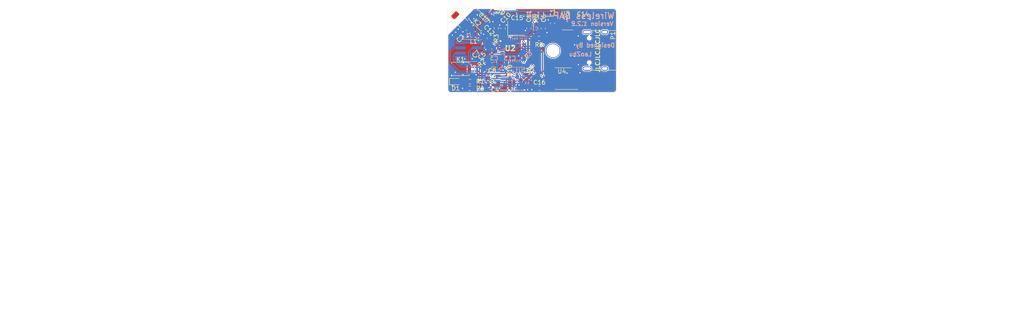
<source format=kicad_pcb>
(kicad_pcb (version 20211014) (generator pcbnew)
  (title_block (title "ESP8266 Wireless DAP") (date "2022-02-19") (rev "Version 1.2.2"))
  (layers (0 "F.Cu" signal) (31 "B.Cu" signal) (34 "B.Paste" user) (35 "F.Paste" user) (36 "B.SilkS" user "B.Silkscreen") (37 "F.SilkS" user "F.Silkscreen") (38 "B.Mask" user) (39 "F.Mask" user) (44 "Edge.Cuts" user))
  (net 0 "")
  (net 1 "GND")
  (net 2 "Net-(ANT1-Pad2)")
  (net 3 "+3V3")
  (net 4 "Net-(C7-Pad1)")
  (net 5 "Net-(C8-Pad1)")
  (net 6 "Net-(C10-Pad1)")
  (net 7 "Net-(C11-Pad1)")
  (net 8 "+5V")
  (net 9 "Net-(C16-Pad1)")
  (net 10 "/RST")
  (net 11 "Net-(D1-Pad2)")
  (net 12 "/UART_TX")
  (net 13 "/SWDIO")
  (net 14 "/U0_RXD")
  (net 15 "/SWDCLK")
  (net 16 "Net-(K1-Pad2)")
  (net 18 "/USB_DP")
  (net 19 "/USB_DM")
  (net 23 "/LED")
  (net 24 "Net-(R3-Pad2)")
  (net 25 "Net-(R6-Pad1)")
  (net 26 "Net-(R7-Pad1)")
  (net 27 "/SD_CLK")
  (net 28 "/U0_TXD")
  (net 29 "/SD_CMD")
  (net 30 "/SD_DATA0")
  (net 31 "/SD_DATA2")
  (net 32 "/SD_DATA1")
  (net 33 "/SD_DATA3")
  (footprint "Button_Switch_SMD:SW_Push_SPST_NO_Alps_SKRK" (layer "F.Cu") (at 130.6 110.3)
    (fp_text reference "K1")
    (fp_text value "SW_DIP_x01")
  )
  (footprint "Capacitor_SMD:C_0603_1608Metric" (layer "F.Cu") (at 138.1 109.3 180)
    (fp_text reference "C8")
    (fp_text value "100nF")
  )
  (footprint "Capacitor_SMD:C_0603_1608Metric" (layer "F.Cu") (at 137 97.3 135)
    (fp_text reference "C17")
    (fp_text value "100nF")
  )
  (footprint "Resistor_SMD:R_0603_1608Metric" (layer "F.Cu") (at 137 113.325 -90)
    (fp_text reference "R5")
    (fp_text value "10kR")
  )
  (footprint "Resistor_SMD:R_0603_1608Metric" (layer "F.Cu") (at 142.3 113.5 -90)
    (fp_text reference "R10")
    (fp_text value "10kR")
  )
  (footprint "Resistor_SMD:R_0603_1608Metric" (layer "F.Cu") (at 132.8 114.9)
    (fp_text reference "R4")
    (fp_text value "10kR")
  )
  (footprint "Capacitor_SMD:C_0603_1608Metric" (layer "F.Cu") (at 149.3 114.9 180)
    (fp_text reference "C16")
    (fp_text value "100nF")
  )
  (footprint "Capacitor_SMD:C_0603_1608Metric" (layer "F.Cu") (at 137.3 102.7 135)
    (fp_text reference "C12")
    (fp_text value "100nF")
  )
  (footprint "Inductor_SMD:L_0603_1608Metric" (layer "F.Cu") (at 134.756847 102.656847 -45)
    (fp_text reference "L1")
    (fp_text value "2.2nH")
  )
  (footprint "Capacitor_SMD:C_0603_1608Metric" (layer "F.Cu") (at 152.4 99.5 90)
    (fp_text reference "C1")
    (fp_text value "10uF")
  )
  (footprint "Resistor_SMD:R_0603_1608Metric" (layer "F.Cu") (at 149.2 103.1)
    (fp_text reference "R8")
    (fp_text value "499R")
  )
  (footprint "Capacitor_SMD:C_0603_1608Metric" (layer "F.Cu") (at 146.8 100.7 -90)
    (fp_text reference "C11")
    (fp_text value "18pF")
  )
  (footprint "Package_TO_SOT_SMD:SOT-23-5" (layer "F.Cu") (at 155.4 99.5 180)
    (fp_text reference "U3")
    (fp_text value "HX9193")
  )
  (footprint "Connector_USB:USB_C_Receptacle_HRO_TYPE-C-31-M-12" (layer "F.Cu") (at 163.7 105.9 90)
    (fp_text reference "P1")
    (fp_text value "USB_C_Plug_USB2.0")
  )
  (footprint "Capacitor_SMD:C_0603_1608Metric" (layer "F.Cu") (at 140.7 100.7 90)
    (fp_text reference "C10")
    (fp_text value "18pF")
  )
  (footprint "Resistor_SMD:R_0603_1608Metric" (layer "F.Cu") (at 139.1 100.675 -90)
    (fp_text reference "R3")
    (fp_text value "12kR")
  )
  (footprint "Resistor_SMD:R_0603_1608Metric" (layer "F.Cu") (at 145.5 112.3 -135)
    (fp_text reference "R7")
    (fp_text value "200R")
  )
  (footprint "LED_SMD:LED_0603_1608Metric" (layer "F.Cu") (at 129.5 113.3)
    (fp_text reference "D1")
    (fp_text value "LED")
  )
  (footprint "Package_SO:SOIC-8_3.9x4.9mm_P1.27mm" (layer "F.Cu") (at 154.9 112.6 180)
    (fp_text reference "U4")
    (fp_text value "CH330N")
  )
  (footprint "RF_Antenna:Johanson_2450AT18x100" (layer "F.Cu") (at 130.4 98.6 -45)
    (fp_text reference "ANT1" hide)
    (fp_text value "Conn_01x02")
  )
  (footprint "Capacitor_SMD:C_0603_1608Metric" (layer "F.Cu") (at 132.4 101.5 -135)
    (fp_text reference "C2")
    (fp_text value "2.4pF")
  )
  (footprint "Resistor_SMD:R_0603_1608Metric" (layer "F.Cu") (at 148.4 100.7 90)
    (fp_text reference "R6")
    (fp_text value "10kR")
  )
  (footprint "Capacitor_SMD:C_0603_1608Metric" (layer "F.Cu") (at 140.1 114.4 -45)
    (fp_text reference "C4")
    (fp_text value "1uF")
  )
  (footprint "Resistor_SMD:R_0603_1608Metric" (layer "F.Cu") (at 138.1 107.7)
    (fp_text reference "R2")
    (fp_text value "10kR")
  )
  (footprint "Capacitor_SMD:C_0603_1608Metric" (layer "F.Cu") (at 135.951992 104.948008 -135)
    (fp_text reference "C7")
    (fp_text value "3.0pF")
  )
  (footprint "Capacitor_SMD:C_0603_1608Metric" (layer "F.Cu") (at 150.2 100.7 -90)
    (fp_text reference "C6")
    (fp_text value "100nF")
  )
  (footprint "Button_Switch_SMD:SW_Push_SPST_NO_Alps_SKRK" (layer "F.Cu") (at 135.1 98.8 -45)
    (fp_text reference "K2")
    (fp_text value "SW_DIP_x01")
  )
  (footprint "ESP8266:ESP8266" (layer "F.Cu") (at 143 106.2)
    (fp_text reference "U2")
    (fp_text value "ESP8266EX" hide)
  )
  (footprint "Capacitor_SMD:C_0603_1608Metric" (layer "F.Cu") (at 159.6 98.6)
    (fp_text reference "C14")
    (fp_text value "100nF")
  )
  (footprint "Crystal:Crystal_SMD_3225-4Pin_3.2x2.5mm" (layer "F.Cu") (at 143.8 100.7)
    (fp_text reference "Y1" hide)
    (fp_text value "26MHz")
  )
  (footprint "Resistor_SMD:R_0603_1608Metric" (layer "F.Cu") (at 138.8 97.2 135)
    (fp_text reference "R9")
    (fp_text value "10kR")
  )
  (footprint "Capacitor_SMD:C_0603_1608Metric" (layer "F.Cu") (at 144 96.9)
    (fp_text reference "C15")
    (fp_text value "100nF")
  )
  (footprint "Resistor_SMD:R_0603_1608Metric" (layer "F.Cu") (at 132.84 113.31)
    (fp_text reference "R1")
    (fp_text value "1kR")
  )
  (footprint "Capacitor_SMD:C_0603_1608Metric" (layer "F.Cu") (at 138 106.1 180)
    (fp_text reference "C5")
    (fp_text value "100nF")
  )
  (footprint "Capacitor_SMD:C_0603_1608Metric" (layer "B.Cu") (at 142.3 109.2)
    (fp_text reference "C13")
    (fp_text value "100nF")
  )
  (footprint "Capacitor_SMD:C_0603_1608Metric" (layer "B.Cu") (at 145.1 108.6 -135)
    (fp_text reference "C9")
    (fp_text value "100nF")
  )
  (footprint "Package_SO:SOIC-8_5.23x5.23mm_P1.27mm" (layer "B.Cu") (at 142.9 112.6 180)
    (fp_text reference "U1")
    (fp_text value "W25Q64")
  )
  (footprint "Capacitor_SMD:C_0603_1608Metric" (layer "B.Cu") (at 138.6 109.2 180)
    (fp_text reference "C3")
    (fp_text value "100nF")
  )
  (footprint "Connector_PinHeader_1.27mm:PinHeader_2x04_P1.27mm_Vertical_SMD" (layer "B.Cu") (at 132.5864 105.9492 180)
    (fp_text reference "J1")
    (fp_text value "Conn_02x04_Odd_Even")
  )
  (gr_arc locked (start 166.8256 95.9416) (mid 167.364415 96.164785) (end 167.5876 96.7036) (layer "Edge.Cuts") (width 0.05))
  (gr_arc locked (start 167.5876 115.1948) (mid 167.364415 115.733615) (end 166.8256 115.9568) (layer "Edge.Cuts") (width 0.05))
  (gr_line locked (start 127.5572 115.1948) (end 127.5572 96.7036) (layer "Edge.Cuts") (width 0.05))
  (gr_line locked (start 166.8256 115.9568) (end 128.3192 115.9568) (layer "Edge.Cuts") (width 0.05))
  (gr_arc locked (start 127.5572 96.7036) (mid 127.780385 96.164785) (end 128.3192 95.9416) (layer "Edge.Cuts") (width 0.05))
  (gr_line locked (start 128.3192 95.9416) (end 166.8256 95.9416) (layer "Edge.Cuts") (width 0.05))
  (gr_line locked (start 167.5876 96.7036) (end 167.5876 115.1948) (layer "Edge.Cuts") (width 0.05))
  (gr_arc locked (start 128.3192 115.9568) (mid 127.780385 115.733615) (end 127.5572 115.1948) (layer "Edge.Cuts") (width 0.05))
  (gr_text "Designed By" (at 162.5 104.7) (layer "B.SilkS") (effects (font (size 1 1) (thickness 0.2)) (justify mirror)))
  (gr_text "Version 1.2.2" (at 161.8 99.6) (layer "B.SilkS") (effects (font (size 1 1) (thickness 0.2)) (justify mirror)))
  (gr_text "Wireless DAP-Link" (at 156.6 97.7) (layer "B.SilkS") (effects (font (size 1.5 1.5) (thickness 0.25)) (justify mirror)))
  (gr_text "LaoZhu" (at 159 106.8) (layer "B.SilkS") (effects (font (size 1 1) (thickness 0.2)) (justify mirror)))
  (gr_text "JLCJLCJLCJLC" (at 163.1 106 90) (layer "F.SilkS") (effects (font (size 1 1) (thickness 0.2))))
  (via locked (at 152.5 106) (size 3.4) (drill 3.1) (layers "F.Cu" "B.Cu") (net 0))
  (via (at 131.1 114.9) (size 0.6) (drill 0.3) (layers "F.Cu" "B.Cu") (net 1))
  (via (at 128.7 102.3) (size 0.6) (drill 0.3) (layers "F.Cu" "B.Cu") (net 1))
  (via (at 157.6 107.3) (size 0.6) (drill 0.3) (layers "F.Cu" "B.Cu") (net 1))
  (via (at 138.3 99.1) (size 0.6) (drill 0.3) (layers "F.Cu" "B.Cu") (net 1))
  (via (at 143.8 114.1) (size 0.6) (drill 0.3) (layers "F.Cu" "B.Cu") (net 1))
  (via (at 129.4 111.1) (size 0.6) (drill 0.3) (layers "F.Cu" "B.Cu") (net 1))
  (via (at 157.6 104.6) (size 0.6) (drill 0.3) (layers "F.Cu" "B.Cu") (net 1))
  (via (at 136.6 105.7) (size 0.6) (drill 0.3) (layers "F.Cu" "B.Cu") (net 1))
  (via (at 128.5 111.9) (size 0.6) (drill 0.3) (layers "F.Cu" "B.Cu") (net 1))
  (via (at 133.4 107.9) (size 0.6) (drill 0.3) (layers "F.Cu" "B.Cu") (net 1))
  (via (at 133.8 98.4) (size 0.6) (drill 0.3) (layers "F.Cu" "B.Cu") (net 1))
  (via (at 146.5 115.2) (size 0.6) (drill 0.3) (layers "F.Cu" "B.Cu") (net 1))
  (via (at 141.5 99.9) (size 0.6) (drill 0.3) (layers "F.Cu" "B.Cu") (net 1))
  (via (at 131.6 107.9) (size 0.6) (drill 0.3) (layers "F.Cu" "B.Cu") (net 1))
  (via (at 139.9 99.9) (size 0.6) (drill 0.3) (layers "F.Cu" "B.Cu") (net 1))
  (via (at 133.6 100) (size 0.6) (drill 0.3) (layers "F.Cu" "B.Cu") (net 1))
  (via (at 136.1 107.9) (size 0.6) (drill 0.3) (layers "F.Cu" "B.Cu") (net 1))
  (via (at 135.5 101.8) (size 0.6) (drill 0.3) (layers "F.Cu" "B.Cu") (net 1))
  (via (at 131.3 102.6) (size 0.6) (drill 0.3) (layers "F.Cu" "B.Cu") (net 1))
  (via (at 158.9 111.2) (size 0.6) (drill 0.3) (layers "F.Cu" "B.Cu") (net 1))
  (via (at 146 101.2) (size 0.6) (drill 0.3) (layers "F.Cu" "B.Cu") (net 1))
  (via (at 158.5 102.5) (size 0.6) (drill 0.3) (layers "F.Cu" "B.Cu") (net 1))
  (via (at 129.5 101.6) (size 0.6) (drill 0.3) (layers "F.Cu" "B.Cu") (net 1))
  (via (at 143 104.9) (size 0.6) (drill 0.3) (layers "F.Cu" "B.Cu") (net 1))
  (via (at 155.8 111.3) (size 0.6) (drill 0.3) (layers "F.Cu" "B.Cu") (net 1))
  (via (at 131.3 108.8) (size 0.6) (drill 0.3) (layers "F.Cu" "B.Cu") (net 1))
  (via (at 128.7 114.3) (size 0.6) (drill 0.3) (layers "F.Cu" "B.Cu") (net 1))
  (via (at 133.2 99.3) (size 0.6) (drill 0.3) (layers "F.Cu" "B.Cu") (net 1))
  (via (at 136.4 109.2) (size 0.6) (drill 0.3) (layers "F.Cu" "B.Cu") (net 1))
  (via (at 151.1 101.7) (size 0.6) (drill 0.3) (layers "F.Cu" "B.Cu") (net 1))
  (via (at 157.5 99.5) (size 0.6) (drill 0.3) (layers "F.Cu" "B.Cu") (net 1))
  (via (at 140.7 110.6) (size 0.6) (drill 0.3) (layers "F.Cu" "B.Cu") (net 1))
  (via (at 130.1 100.9) (size 0.6) (drill 0.3) (layers "F.Cu" "B.Cu") (net 1))
  (via (at 161.3 98.6) (size 0.6) (drill 0.3) (layers "F.Cu" "B.Cu") (net 1))
  (via (at 144.5 114.1) (size 0.6) (drill 0.3) (layers "F.Cu" "B.Cu") (net 1))
  (via (at 145.6 97.8) (size 0.6) (drill 0.3) (layers "F.Cu" "B.Cu") (net 1))
  (via (at 158.5 109.3) (size 0.6) (drill 0.3) (layers "F.Cu" "B.Cu") (net 1))
  (via (at 145.8 115.3) (size 0.6) (drill 0.3) (layers "F.Cu" "B.Cu") (net 1))
  (via (at 135.7 97.6) (size 0.6) (drill 0.3) (layers "F.Cu" "B.Cu") (net 1))
  (via (at 134.7 115.4) (size 0.6) (drill 0.3) (layers "F.Cu" "B.Cu") (net 1))
  (via (at 132.4 102.6) (size 0.6) (drill 0.3) (layers "F.Cu" "B.Cu") (net 1))
  (via (at 136.1 102.1) (size 0.6) (drill 0.3) (layers "F.Cu" "B.Cu") (net 1))
  (via (at 131.2 111.7) (size 0.6) (drill 0.3) (layers "F.Cu" "B.Cu") (net 1))
  (via (at 141.6 104.9) (size 0.6) (drill 0.3) (layers "F.Cu" "B.Cu") (net 1))
  (via (at 144.4 107.2) (size 0.6) (drill 0.3) (layers "F.Cu" "B.Cu") (net 1))
  (via (at 151.4 98.7) (size 0.6) (drill 0.3) (layers "F.Cu" "B.Cu") (net 1))
  (via (at 134.3 111.7) (size 0.6) (drill 0.3) (layers "F.Cu" "B.Cu") (net 1))
  (via (at 147.5 115.2) (size 0.6) (drill 0.3) (layers "F.Cu" "B.Cu") (net 1))
  (via (at 134.6 97.5) (size 0.6) (drill 0.3) (layers "F.Cu" "B.Cu") (net 1))
  (via (at 131.2 101.5) (size 0.6) (drill 0.3) (layers "F.Cu" "B.Cu") (net 1))
  (via (at 141.5 107.4) (size 0.6) (drill 0.3) (layers "F.Cu" "B.Cu") (net 1))
  (segment (start 134.096016 102.1) (end 132.948008 100.951992) (width 0.3) (layer "F.Cu") (net 2))
  (segment (start 132.948008 100.951992) (end 132.751992 100.951992) (width 0.3) (layer "F.Cu") (net 2))
  (segment (start 132.751992 100.951992) (end 131.425305 99.625305) (width 0.3) (layer "F.Cu") (net 2))
  (segment (start 134.2 102.1) (end 134.096016 102.1) (width 0.3) (layer "F.Cu") (net 2))
  (segment (start 139.45 105.95) (end 138.925 105.95) (width 0.3) (layer "F.Cu") (net 3))
  (segment (start 141.5 110) (end 142.25 109.25) (width 0.254) (layer "F.Cu") (net 3))
  (segment (start 138.925 105.95) (end 138.775 106.1) (width 0.3) (layer "F.Cu") (net 3))
  (segment (start 142.3 115.1) (end 142.1 115.3) (width 0.5) (layer "F.Cu") (net 3))
  (segment (start 148.2 99.2) (end 147.800489 98.800489) (width 0.5) (layer "F.Cu") (net 3))
  (segment (start 139.05 104.45) (end 138.75 104.15) (width 0.3) (layer "F.Cu") (net 3))
  (segment (start 150.55 100.275) (end 150.2 99.925) (width 0.5) (layer "F.Cu") (net 3))
  (segment (start 152.575 100.45) (end 152.4 100.275) (width 0.5) (layer "F.Cu") (net 3))
  (segment (start 142.25 103.7) (end 142.25 103.05) (width 0.3) (layer "F.Cu") (net 3))
  (segment (start 137.75 114.15) (end 139.253984 114.15) (width 0.5) (layer "F.Cu") (net 3))
  (segment (start 150.15 99.875) (end 150.2 99.925) (width 0.5) (layer "F.Cu") (net 3))
  (segment (start 140.5 105.45) (end 139.95 105.45) (width 0.3) (layer "F.Cu") (net 3))
  (segment (start 138.75 104.15) (end 137.848008 103.248008) (width 0.3) (layer "F.Cu") (net 3))
  (segment (start 147.800489 98.800489) (end 145.125489 98.800489) (width 0.5) (layer "F.Cu") (net 3))
  (segment (start 154.2625 100.45) (end 152.575 100.45) (width 0.5) (layer "F.Cu") (net 3))
  (segment (start 145.125489 98.800489) (end 143.225 96.9) (width 0.5) (layer "F.Cu") (net 3))
  (segment (start 137.275 107.6) (end 138.775 106.1) (width 0.5) (layer "F.Cu") (net 3))
  (segment (start 142.3 114.325) (end 142.3 115.1) (width 0.5) (layer "F.Cu") (net 3))
  (segment (start 140.6 96.9) (end 140.316637 96.616637) (width 0.5) (layer "F.Cu") (net 3))
  (segment (start 142.75 103.05) (end 142.5 102.8) (width 0.3) (layer "F.Cu") (net 3))
  (segment (start 139.5 105.9) (end 139.45 105.95) (width 0.3) (layer "F.Cu") (net 3))
  (segment (start 152.4 100.275) (end 150.55 100.275) (width 0.5) (layer "F.Cu") (net 3))
  (segment (start 140.5 104.45) (end 139.05 104.45) (width 0.3) (layer "F.Cu") (net 3))
  (segment (start 140.5 105.95) (end 139.45 105.95) (width 0.3) (layer "F.Cu") (net 3))
  (segment (start 140.316637 96.616637) (end 138.216637 96.616637) (width 0.5) (layer "F.Cu") (net 3))
  (segment (start 145.5 108.5) (end 145.6 108.6) (width 0.3) (layer "F.Cu") (net 3))
  (segment (start 139.95 105.45) (end 139.5 105.9) (width 0.3) (layer "F.Cu") (net 3))
  (segment (start 137.275 107.7) (end 137.275 107.6) (width 0.5) (layer "F.Cu") (net 3))
  (segment (start 142.25 109.25) (end 142.25 108.7) (width 0.254) (layer "F.Cu") (net 3))
  (segment (start 137 114.15) (end 137.75 114.15) (width 0.5) (layer "F.Cu") (net 3))
  (segment (start 148.2 99.2) (end 148.4 99.4) (width 0.5) (layer "F.Cu") (net 3))
  (segment (start 145.5 107.95) (end 145.5 108.5) (width 0.3) (layer "F.Cu") (net 3))
  (segment (start 139.253984 114.15) (end 139.551992 113.851992) (width 0.5) (layer "F.Cu") (net 3))
  (segment (start 148.4 99.875) (end 150.15 99.875) (width 0.5) (layer "F.Cu") (net 3))
  (segment (start 143.225 96.9) (end 140.6 96.9) (width 0.5) (layer "F.Cu") (net 3))
  (segment (start 148.4 99.4) (end 148.4 99.875) (width 0.5) (layer "F.Cu") (net 3))
  (segment (start 142.25 103.05) (end 142.5 102.8) (width 0.3) (layer "F.Cu") (net 3))
  (segment (start 142.75 103.7) (end 142.75 103.05) (width 0.3) (layer "F.Cu") (net 3))
  (via (at 139.5 105.9) (size 0.6) (drill 0.3) (layers "F.Cu" "B.Cu") (net 3))
  (via (at 148.2 99.2) (size 0.8) (drill 0.4) (layers "F.Cu" "B.Cu") (net 3))
  (via (at 142.1 115.3) (size 0.8) (drill 0.4) (layers "F.Cu" "B.Cu") (net 3))
  (via (at 145.6 108.6) (size 0.6) (drill 0.3) (layers "F.Cu" "B.Cu") (net 3))
  (via (at 142.5 102.8) (size 0.6) (drill 0.3) (layers "F.Cu" "B.Cu") (net 3))
  (via (at 137.75 114.15) (size 0.8) (drill 0.4) (layers "F.Cu" "B.Cu") (net 3))
  (via (at 141.5 110) (size 0.6) (drill 0.3) (layers "F.Cu" "B.Cu") (net 3))
  (via (at 138.75 104.15) (size 0.6) (drill 0.3) (layers "F.Cu" "B.Cu") (net 3))
  (segment (start 146.6 102.8) (end 144.6 102.8) (width 0.5) (layer "B.Cu") (net 3))
  (segment (start 146.6 102.8) (end 146.6 107.1) (width 0.5) (layer "B.Cu") (net 3))
  (segment (start 143.5 105.9) (end 139.5 105.9) (width 0.5) (layer "B.Cu") (net 3))
  (segment (start 144.6 102.8) (end 144.6 104.8) (width 0.5) (layer "B.Cu") (net 3))
  (segment (start 139.5 105.9) (end 139.5 104.9) (width 0.5) (layer "B.Cu") (net 3))
  (segment (start 137.75 114.75) (end 137.75 114.15) (width 0.5) (layer "B.Cu") (net 3))
  (segment (start 136.5 111.3) (end 137.105 110.695) (width 0.5) (layer "B.Cu") (net 3))
  (segment (start 146.6 107.1) (end 145.6 108.1) (width 0.5) (layer "B.Cu") (net 3))
  (segment (start 141.525 109.2) (end 141.525 108.575) (width 0.5) (layer "B.Cu") (net 3))
  (segment (start 138.3 115.3) (end 137.75 114.75) (width 0.5) (layer "B.Cu") (net 3))
  (segment (start 139.3 109.275) (end 139.375 109.2) (width 0.5) (layer "B.Cu") (net 3))
  (segment (start 136.5 112.9) (end 136.5 111.3) (width 0.5) (layer "B.Cu") (net 3))
  (segment (start 145.1 108.1) (end 145.6 108.6) (width 0.5) (layer "B.Cu") (net 3))
  (segment (start 145.6 108.1) (end 145.6 108.6) (width 0.5) (layer "B.Cu") (net 3))
  (segment (start 141.525 109.975) (end 141.5 110) (width 0.5) (layer "B.Cu") (net 3))
  (segment (start 144.6 102.8) (end 142.5 102.8) (width 0.5) (layer "B.Cu") (net 3))
  (segment (start 141.525 108.575) (end 142 108.1) (width 0.5) (layer "B.Cu") (net 3))
  (segment (start 148.2 101.2) (end 148.2 99.2) (width 0.5) (layer "B.Cu") (net 3))
  (segment (start 144.6 104.8) (end 143.5 105.9) (width 0.5) (layer "B.Cu") (net 3))
  (segment (start 137.75 114.15) (end 136.5 112.9) (width 0.5) (layer "B.Cu") (net 3))
  (segment (start 139.375 109.2) (end 141.525 109.2) (width 0.5) (layer "B.Cu") (net 3))
  (segment (start 139.5 104.9) (end 138.75 104.15) (width 0.5) (layer "B.Cu") (net 3))
  (segment (start 142 108.1) (end 145.1 108.1) (width 0.5) (layer "B.Cu") (net 3))
  (segment (start 137.105 110.695) (end 139.3 110.695) (width 0.5) (layer "B.Cu") (net 3))
  (segment (start 146.6 102.8) (end 148.2 101.2) (width 0.5) (layer "B.Cu") (net 3))
  (segment (start 139.3 110.695) (end 139.3 109.275) (width 0.5) (layer "B.Cu") (net 3))
  (segment (start 141.525 109.2) (end 141.525 109.975) (width 0.5) (layer "B.Cu") (net 3))
  (segment (start 142.1 115.3) (end 138.3 115.3) (width 0.5) (layer "B.Cu") (net 3))
  (segment (start 137.55 104.95) (end 140.5 104.95) (width 0.3) (layer "F.Cu") (net 4))
  (segment (start 135.313694 103.213694) (end 136.5 104.4) (width 0.3) (layer "F.Cu") (net 4))
  (segment (start 136.696446 104.596446) (end 136.5 104.4) (width 0.3) (layer "F.Cu") (net 4))
  (arc (start 137.55 104.95) (mid 137.088059 104.858114) (end 136.696445 104.596446) (width 0.3) (layer "F.Cu") (net 4))
  (segment (start 139.175 107.45) (end 138.925 107.7) (width 0.254) (layer "F.Cu") (net 5))
  (segment (start 138.925 107.7) (end 138.925 109.25) (width 0.254) (layer "F.Cu") (net 5))
  (segment (start 138.925 109.25) (end 138.875 109.3) (width 0.254) (layer "F.Cu") (net 5))
  (segment (start 140.5 107.45) (end 139.175 107.45) (width 0.254) (layer "F.Cu") (net 5))
  (segment (start 142.7 101.55) (end 140.775 101.55) (width 0.254) (layer "F.Cu") (net 6))
  (segment (start 143.25 102.1) (end 143.25 103.7) (width 0.254) (layer "F.Cu") (net 6))
  (segment (start 142.7 101.55) (end 143.25 102.1) (width 0.254) (layer "F.Cu") (net 6))
  (segment (start 140.775 101.55) (end 140.7 101.475) (width 0.254) (layer "F.Cu") (net 6))
  (segment (start 143.75 100.876511) (end 143.75 103.7) (width 0.254) (layer "F.Cu") (net 7))
  (segment (start 144.9 99.85) (end 146.725 99.85) (width 0.254) (layer "F.Cu") (net 7))
  (segment (start 144.9 99.85) (end 144.776511 99.85) (width 0.254) (layer "F.Cu") (net 7))
  (segment (start 144.776511 99.85) (end 143.75 100.876511) (width 0.254) (layer "F.Cu") (net 7))
  (segment (start 146.725 99.85) (end 146.8 99.925) (width 0.254) (layer "F.Cu") (net 7))
  (segment (start 156.5375 100.45) (end 156.5375 102.9375) (width 0.5) (layer "F.Cu") (net 8))
  (segment (start 152.43 110.7) (end 152.425 110.695) (width 0.5) (layer "F.Cu") (net 8))
  (segment (start 155.75 98.55) (end 155.42548 98.87452) (width 0.5) (layer "F.Cu") (net 8))
  (segment (start 156.35 108.35) (end 154 110.7) (width 0.5) (layer "F.Cu") (net 8))
  (segment (start 157.05 103.45) (end 156.35 104.15) (width 0.5) (layer "F.Cu") (net 8))
  (segment (start 156.5375 102.9375) (end 157.05 103.45) (width 0.5) (layer "F.Cu") (net 8))
  (segment (start 155.42548 100.12548) (end 155.75 100.45) (width 0.5) (layer "F.Cu") (net 8))
  (segment (start 159.655 103.45) (end 157.05 103.45) (width 0.5) (layer "F.Cu") (net 8))
  (segment (start 159.655 108.35) (end 156.35 108.35) (width 0.5) (layer "F.Cu") (net 8))
  (segment (start 156.5875 98.6) (end 156.5375 98.55) (width 0.5) (layer "F.Cu") (net 8))
  (segment (start 155.42548 98.87452) (end 155.42548 100.12548) (width 0.5) (layer "F.Cu") (net 8))
  (segment (start 155.75 100.45) (end 156.5375 100.45) (width 0.5) (layer "F.Cu") (net 8))
  (segment (start 156.5375 98.55) (end 155.75 98.55) (width 0.5) (layer "F.Cu") (net 8))
  (segment (start 158.825 98.6) (end 156.5875 98.6) (width 0.5) (layer "F.Cu") (net 8))
  (segment (start 156.35 104.15) (end 156.35 108.35) (width 0.5) (layer "F.Cu") (net 8))
  (segment (start 154 110.7) (end 152.43 110.7) (width 0.5) (layer "F.Cu") (net 8))
  (via (at 155.75 98.55) (size 0.6) (drill 0.3) (layers "F.Cu" "B.Cu") (net 8))
  (segment (start 153.9 96.7) (end 155.75 98.55) (width 0.5) (layer "B.Cu") (net 8))
  (segment (start 138 96.7) (end 153.9 96.7) (width 0.5) (layer "B.Cu") (net 8))
  (segment (start 134.5 100.2) (end 138 96.7) (width 0.5) (layer "B.Cu") (net 8))
  (segment (start 134.5 104.0078) (end 134.5 100.2) (width 0.5) (layer "B.Cu") (net 8))
  (segment (start 130.6364 104.0442) (end 134.5364 104.0442) (width 0.5) (layer "B.Cu") (net 8))
  (segment (start 134.5364 104.0442) (end 134.5 104.0078) (width 0.5) (layer "B.Cu") (net 8))
  (segment (start 152.425 114.505) (end 151.095 114.505) (width 0.3) (layer "F.Cu") (net 9))
  (segment (start 150.7 114.9) (end 150.075 114.9) (width 0.3) (layer "F.Cu") (net 9))
  (segment (start 151.095 114.505) (end 150.7 114.9) (width 0.3) (layer "F.Cu") (net 9))
  (segment (start 141.25 103.7) (end 141.25 103.25) (width 0.254) (layer "F.Cu") (net 10))
  (segment (start 137.612653 97.783363) (end 137.548008 97.848008) (width 0.254) (layer "F.Cu") (net 10))
  (segment (start 141.25 103.25) (end 141 103) (width 0.254) (layer "F.Cu") (net 10))
  (segment (start 139.3 103) (end 136.584924 100.284924) (width 0.254) (layer "F.Cu") (net 10))
  (segment (start 136.584924 98.811092) (end 136.584924 100.284924) (width 0.254) (layer "F.Cu") (net 10))
  (segment (start 139.383363 97.783363) (end 137.612653 97.783363) (width 0.254) (layer "F.Cu") (net 10))
  (segment (start 137.548008 97.848008) (end 136.584924 98.811092) (width 0.254) (layer "F.Cu") (net 10))
  (segment (start 141 103) (end 139.3 103) (width 0.254) (layer "F.Cu") (net 10))
  (segment (start 130.2875 113.3) (end 132.005 113.3) (width 0.254) (layer "F.Cu") (net 11))
  (segment (start 132.005 113.3) (end 132.015 113.31) (width 0.254) (layer "F.Cu") (net 11))
  (segment (start 142.3 111.5) (end 142.3 112.675) (width 0.254) (layer "F.Cu") (net 12))
  (segment (start 139.5 115) (end 141.825 112.675) (width 0.2) (layer "F.Cu") (net 12))
  (segment (start 143.75 108.7) (end 143.75 110.05) (width 0.254) (layer "F.Cu") (net 12))
  (segment (start 143.75 110.05) (end 142.3 111.5) (width 0.254) (layer "F.Cu") (net 12))
  (segment (start 141.825 112.675) (end 142.3 112.675) (width 0.2) (layer "F.Cu") (net 12))
  (segment (start 135.7 115) (end 139.5 115) (width 0.2) (layer "F.Cu") (net 12))
  (via (at 135.7 115) (size 0.6) (drill 0.3) (layers "F.Cu" "B.Cu") (net 12))
  (segment (start 132.5 106.2) (end 132.5 108.3) (width 0.254) (layer "B.Cu") (net 12))
  (segment (start 134.6 109.1) (end 135.1 109.6) (width 0.254) (layer "B.Cu") (net 12))
  (segment (start 135.1 109.6) (end 135.1 111.3) (width 0.254) (layer "B.Cu") (net 12))
  (segment (start 133.3 109.1) (end 134.6 109.1) (width 0.254) (layer "B.Cu") (net 12))
  (segment (start 133.3858 105.3142) (end 134.5364 105.3142) (width 0.254) (layer "B.Cu") (net 12))
  (segment (start 132.5 108.3) (end 133.3 109.1) (width 0.254) (layer "B.Cu") (net 12))
  (segment (start 135.1 111.3) (end 135.1 114.4) (width 0.254) (layer "B.Cu") (net 12))
  (segment (start 132.5 106.2) (end 133.3858 105.3142) (width 0.254) (layer "B.Cu") (net 12))
  (segment (start 135.1 114.4) (end 135.7 115) (width 0.254) (layer "B.Cu") (net 12))
  (segment (start 134.8 110.8) (end 135.4 111.4) (width 0.254) (layer "F.Cu") (net 13))
  (segment (start 135.4 111.4) (end 141.026511 111.4) (width 0.254) (layer "F.Cu") (net 13))
  (segment (start 141.026511 111.4) (end 142.75 109.676511) (width 0.254) (layer "F.Cu") (net 13))
  (segment (start 133.9 110.8) (end 134.8 110.8) (width 0.254) (layer "F.Cu") (net 13))
  (segment (start 142.75 109.676511) (end 142.75 108.7) (width 0.254) (layer "F.Cu") (net 13))
  (via (at 133.9 110.8) (size 0.6) (drill 0.3) (layers "F.Cu" "B.Cu") (net 13))
  (segment (start 129.0858 105.3142) (end 130.6364 105.3142) (width 0.254) (layer "B.Cu") (net 13))
  (segment (start 128.2 106.2) (end 129.0858 105.3142) (width 0.254) (layer "B.Cu") (net 13))
  (segment (start 133.9 110.8) (end 130.3 110.8) (width 0.254) (layer "B.Cu") (net 13))
  (segment (start 128.2 108.7) (end 128.2 106.2) (width 0.254) (layer "B.Cu") (net 13))
  (segment (start 130.3 110.8) (end 128.2 108.7) (width 0.254) (layer "B.Cu") (net 13))
  (segment (start 145.04648 103.25352) (end 145.55352 103.25352) (width 0.254) (layer "F.Cu") (net 14))
  (segment (start 146.75352 103.25352) (end 150 106.5) (width 0.254) (layer "F.Cu") (net 14))
  (segment (start 144.75 103.55) (end 145.04648 103.25352) (width 0.254) (layer "F.Cu") (net 14))
  (segment (start 151.365 111.965) (end 152.425 111.965) (width 0.254) (layer "F.Cu") (net 14))
  (segment (start 150 110.6) (end 151.365 111.965) (width 0.254) (layer "F.Cu") (net 14))
  (segment (start 145.5 103.8) (end 145.55352 103.74648) (width 0.254) (layer "F.Cu") (net 14))
  (segment (start 150 106.5) (end 150 110.6) (width 0.254) (layer "F.Cu") (net 14))
  (segment (start 145.55352 103.25352) (end 146.75352 103.25352) (width 0.254) (layer "F.Cu") (net 14))
  (segment (start 144.75 103.7) (end 144.75 103.55) (width 0.254) (layer "F.Cu") (net 14))
  (segment (start 145.55352 103.74648) (end 145.55352 103.25352) (width 0.254) (layer "F.Cu") (net 14))
  (via (at 145.5 103.8) (size 0.6) (drill 0.3) (layers "F.Cu" "B.Cu") (net 14))
  (segment (start 134.5364 106.5842) (end 143.8158 106.5842) (width 0.254) (layer "B.Cu") (net 14))
  (segment (start 143.8158 106.5842) (end 145.5 104.9) (width 0.254) (layer "B.Cu") (net 14))
  (segment (start 145.5 104.9) (end 145.5 103.8) (width 0.254) (layer "B.Cu") (net 14))
  (segment (start 133.9 109.9) (end 135.1 109.9) (width 0.254) (layer "F.Cu") (net 15))
  (segment (start 135.9 110.7) (end 139.7 110.7) (width 0.254) (layer "F.Cu") (net 15))
  (segment (start 139.7 110.7) (end 141.25 109.15) (width 0.254) (layer "F.Cu") (net 15))
  (segment (start 135.1 109.9) (end 135.9 110.7) (width 0.254) (layer "F.Cu") (net 15))
  (segment (start 141.25 109.15) (end 141.25 108.7) (width 0.254) (layer "F.Cu") (net 15))
  (via (at 133.9 109.9) (size 0.6) (drill 0.3) (layers "F.Cu" "B.Cu") (net 15))
  (segment (start 128.9 107.1) (end 129.4158 106.5842) (width 0.254) (layer "B.Cu") (net 15))
  (segment (start 130.6 109.9) (end 128.9 108.2) (width 0.254) (layer "B.Cu") (net 15))
  (segment (start 128.9 108.2) (end 128.9 107.1) (width 0.254) (layer "B.Cu") (net 15))
  (segment (start 133.9 109.9) (end 130.6 109.9) (width 0.254) (layer "B.Cu") (net 15))
  (segment (start 129.4158 106.5842) (end 130.6364 106.5842) (width 0.254) (layer "B.Cu") (net 15))
  (segment (start 144.25 110.263979) (end 144.25 108.7) (width 0.254) (layer "F.Cu") (net 16))
  (segment (start 143.293003 111.393003) (end 143.293003 111.220976) (width 0.254) (layer "F.Cu") (net 16))
  (segment (start 137.4 112.4) (end 133.6 112.4) (width 0.254) (layer "F.Cu") (net 16))
  (segment (start 132.7 111.5) (end 132.7 110.3) (width 0.254) (layer "F.Cu") (net 16))
  (segment (start 133.6 112.4) (end 132.7 111.5) (width 0.254) (layer "F.Cu") (net 16))
  (segment (start 137.7 112.1) (end 137.4 112.4) (width 0.254) (layer "F.Cu") (net 16))
  (segment (start 143.293003 111.220976) (end 144.25 110.263979) (width 0.254) (layer "F.Cu") (net 16))
  (via (at 143.293003 111.393003) (size 0.6) (drill 0.3) (layers "F.Cu" "B.Cu") (net 16))
  (via (at 137.7 112.1) (size 0.6) (drill 0.3) (layers "F.Cu" "B.Cu") (net 16))
  (segment (start 143.23848 111.33848) (end 138.452619 111.33848) (width 0.254) (layer "B.Cu") (net 16))
  (segment (start 143.293003 111.393003) (end 143.23848 111.33848) (width 0.254) (layer "B.Cu") (net 16))
  (segment (start 137.7 112.091099) (end 137.7 112.1) (width 0.254) (layer "B.Cu") (net 16))
  (segment (start 138.452619 111.33848) (end 137.7 112.091099) (width 0.254) (layer "B.Cu") (net 16))
  (segment (start 157.375 114.505) (end 160.195 114.505) (width 0.254) (layer "F.Cu") (net 18))
  (segment (start 159.655 105.15) (end 160.95 105.15) (width 0.254) (layer "F.Cu") (net 18))
  (segment (start 163.2 111.5) (end 163.2 107.308626) (width 0.254) (layer "F.Cu") (net 18))
  (segment (start 160.195 114.505) (end 163.2 111.5) (width 0.254) (layer "F.Cu") (net 18))
  (segment (start 161.3 106.1) (end 161.35 106.15) (width 0.254) (layer "F.Cu") (net 18))
  (segment (start 161.3 105.5) (end 161.3 106.1) (width 0.254) (layer "F.Cu") (net 18))
  (segment (start 160.95 105.15) (end 161.3 105.5) (width 0.254) (layer "F.Cu") (net 18))
  (segment (start 161.35 106.15) (end 159.655 106.15) (width 0.254) (layer "F.Cu") (net 18))
  (segment (start 162.041374 106.15) (end 161.35 106.15) (width 0.254) (layer "F.Cu") (net 18))
  (segment (start 163.2 107.308626) (end 162.041374 106.15) (width 0.254) (layer "F.Cu") (net 18))
  (segment (start 158.2 105.8) (end 158.2 106.5) (width 0.254) (layer "F.Cu") (net 19))
  (segment (start 162.74648 111.312146) (end 162.74648 107.49648) (width 0.254) (layer "F.Cu") (net 19))
  (segment (start 161.9 106.65) (end 159.655 106.65) (width 0.254) (layer "F.Cu") (net 19))
  (segment (start 157.375 113.235) (end 160.823626 113.235) (width 0.254) (layer "F.Cu") (net 19))
  (segment (start 159.655 105.65) (end 158.35 105.65) (width 0.254) (layer "F.Cu") (net 19))
  (segment (start 160.823626 113.235) (end 162.74648 111.312146) (width 0.254) (layer "F.Cu") (net 19))
  (segment (start 162.74648 107.49648) (end 161.9 106.65) (width 0.254) (layer "F.Cu") (net 19))
  (segment (start 158.35 105.65) (end 158.2 105.8) (width 0.254) (layer "F.Cu") (net 19))
  (segment (start 158.35 106.65) (end 159.655 106.65) (width 0.254) (layer "F.Cu") (net 19))
  (segment (start 158.2 106.5) (end 158.35 106.65) (width 0.254) (layer "F.Cu") (net 19))
  (segment (start 133.625 114.9) (end 133.625 113.35) (width 0.254) (layer "F.Cu") (net 23))
  (segment (start 139.6 112) (end 138.29 113.31) (width 0.254) (layer "F.Cu") (net 23))
  (segment (start 143.25 108.7) (end 143.25 109.908626) (width 0.254) (layer "F.Cu") (net 23))
  (segment (start 133.625 113.35) (end 133.665 113.31) (width 0.254) (layer "F.Cu") (net 23))
  (segment (start 143.25 109.908626) (end 141.158626 112) (width 0.254) (layer "F.Cu") (net 23))
  (segment (start 138.29 113.31) (end 133.665 113.31) (width 0.254) (layer "F.Cu") (net 23))
  (segment (start 141.158626 112) (end 139.6 112) (width 0.254) (layer "F.Cu") (net 23))
  (segment (start 141.75 103.7) (end 141.75 102.95) (width 0.254) (layer "F.Cu") (net 24))
  (segment (start 141.3 102.5) (end 139.7 102.5) (width 0.254) (layer "F.Cu") (net 24))
  (segment (start 139.1 101.9) (end 139.1 101.5) (width 0.254) (layer "F.Cu") (net 24))
  (segment (start 141.75 102.95) (end 141.3 102.5) (width 0.254) (layer "F.Cu") (net 24))
  (segment (start 139.7 102.5) (end 139.1 101.9) (width 0.254) (layer "F.Cu") (net 24))
  (segment (start 148.075 102.8) (end 148.375 103.1) (width 0.254) (layer "F.Cu") (net 25))
  (segment (start 148.4 101.525) (end 148.4 103.075) (width 0.254) (layer "F.Cu") (net 25))
  (segment (start 144.25 103.7) (end 144.25 103.15) (width 0.254) (layer "F.Cu") (net 25))
  (segment (start 148.4 103.075) (end 148.375 103.1) (width 0.254) (layer "F.Cu") (net 25))
  (segment (start 144.6 102.8) (end 148.075 102.8) (width 0.254) (layer "F.Cu") (net 25))
  (segment (start 144.25 103.15) (end 144.6 102.8) (width 0.254) (layer "F.Cu") (net 25))
  (segment (start 148.226511 107.585137) (end 148.226511 109.85951) (width 0.254) (layer "F.Cu") (net 26))
  (segment (start 145.5 105.95) (end 146.591374 105.95) (width 0.254) (layer "F.Cu") (net 26))
  (segment (start 146.591374 105.95) (end 148.226511 107.585137) (width 0.254) (layer "F.Cu") (net 26))
  (segment (start 148.226511 109.85951) (end 146.369384 111.716637) (width 0.254) (layer "F.Cu") (net 26))
  (segment (start 146.369384 111.716637) (end 146.083363 111.716637) (width 0.254) (layer "F.Cu") (net 26))
  (segment (start 144 113.2) (end 144.6 113.2) (width 0.254) (layer "F.Cu") (net 27))
  (segment (start 144.6 113.2) (end 144.916637 112.883363) (width 0.254) (layer "F.Cu") (net 27))
  (via (at 144 113.2) (size 0.6) (drill 0.3) (layers "F.Cu" "B.Cu") (net 27))
  (segment (start 139.3 113.235) (end 143.965 113.235) (width 0.254) (layer "B.Cu") (net 27))
  (segment (start 143.965 113.235) (end 144 113.2) (width 0.254) (layer "B.Cu") (net 27))
  (segment (start 150.025 103.1) (end 150.025 104.625) (width 0.254) (layer "F.Cu") (net 28))
  (segment (start 151.335 113.235) (end 150 111.9) (width 0.254) (layer "F.Cu") (net 28))
  (segment (start 152.425 113.235) (end 151.335 113.235) (width 0.254) (layer "F.Cu") (net 28))
  (via (at 150.025 104.625) (size 0.6) (drill 0.3) (layers "F.Cu" "B.Cu") (net 28))
  (via (at 150 111.9) (size 0.6) (drill 0.3) (layers "F.Cu" "B.Cu") (net 28))
  (segment (start 150 111.9) (end 150 104.65) (width 0.254) (layer "B.Cu") (net 28))
  (segment (start 150 104.65) (end 150.025 104.625) (width 0.254) (layer "B.Cu") (net 28))
  (segment (start 145.5 106.45) (end 145.523489 106.426511) (width 0.254) (layer "F.Cu") (net 29))
  (segment (start 146.426511 106.426511) (end 147.6 107.6) (width 0.254) (layer "F.Cu") (net 29))
  (segment (start 145.523489 106.426511) (end 146.426511 106.426511) (width 0.254) (layer "F.Cu") (net 29))
  (segment (start 147.6 107.6) (end 147.6 109.6) (width 0.254) (layer "F.Cu") (net 29))
  (via (at 147.6 109.6) (size 0.6) (drill 0.3) (layers "F.Cu" "B.Cu") (net 29))
  (segment (start 146.5 110.695) (end 146.505 110.695) (width 0.254) (layer "B.Cu") (net 29))
  (segment (start 146.505 110.695) (end 147.6 109.6) (width 0.254) (layer "B.Cu") (net 29))
  (segment (start 147.15 105.45) (end 145.5 105.45) (width 0.254) (layer "F.Cu") (net 30))
  (segment (start 148.8 110.3) (end 148.8 107.1) (width 0.254) (layer "F.Cu") (net 30))
  (segment (start 147.9 111.2) (end 148.8 110.3) (width 0.254) (layer "F.Cu") (net 30))
  (segment (start 148.8 107.1) (end 147.15 105.45) (width 0.254) (layer "F.Cu") (net 30))
  (via (at 147.9 111.2) (size 0.6) (drill 0.3) (layers "F.Cu" "B.Cu") (net 30))
  (segment (start 147.135 111.965) (end 146.5 111.965) (width 0.254) (layer "B.Cu") (net 30))
  (segment (start 147.9 111.2) (end 147.135 111.965) (width 0.254) (layer "B.Cu") (net 30))
  (segment (start 146.59296 108.70704) (end 146.59296 107.875708) (width 0.254) (layer "F.Cu") (net 31))
  (segment (start 144.1 112) (end 144.1 111.2) (width 0.254) (layer "F.Cu") (net 31))
  (segment (start 144.1 111.2) (end 146.59296 108.70704) (width 0.254) (layer "F.Cu") (net 31))
  (segment (start 143.3 112.3) (end 143.8 112.3) (width 0.254) (layer "F.Cu") (net 31))
  (segment (start 146.167252 107.45) (end 145.5 107.45) (width 0.254) (layer "F.Cu") (net 31))
  (segment (start 143.8 112.3) (end 144.1 112) (width 0.254) (layer "F.Cu") (net 31))
  (segment (start 146.59296 107.875708) (end 146.167252 107.45) (width 0.254) (layer "F.Cu") (net 31))
  (via (at 143.3 112.3) (size 0.6) (drill 0.3) (layers "F.Cu" "B.Cu") (net 31))
  (segment (start 143 112) (end 139.335 112) (width 0.254) (layer "B.Cu") (net 31))
  (segment (start 139.335 112) (end 139.3 111.965) (width 0.254) (layer "B.Cu") (net 31))
  (segment (start 143.3 112.3) (end 143 112) (width 0.254) (layer "B.Cu") (net 31))
  (segment (start 143.4 115) (end 144.986021 115) (width 0.254) (layer "F.Cu") (net 32))
  (segment (start 147.55 104.95) (end 145.5 104.95) (width 0.254) (layer "F.Cu") (net 32))
  (segment (start 144.986021 115) (end 149.4 110.586021) (width 0.254) (layer "F.Cu") (net 32))
  (segment (start 149.4 106.8) (end 147.55 104.95) (width 0.254) (layer "F.Cu") (net 32))
  (segment (start 149.4 110.586021) (end 149.4 106.8) (width 0.254) (layer "F.Cu") (net 32))
  (via (at 143.4 115) (size 0.6) (drill 0.3) (layers "F.Cu" "B.Cu") (net 32))
  (segment (start 143.4 115) (end 142.905 114.505) (width 0.254) (layer "B.Cu") (net 32))
  (segment (start 142.905 114.505) (end 139.3 114.505) (width 0.254) (layer "B.Cu") (net 32))
  (segment (start 147.04648 107.687854) (end 146.308626 106.95) (width 0.254) (layer "F.Cu") (net 33))
  (segment (start 146.308626 106.95) (end 145.5 106.95) (width 0.254) (layer "F.Cu") (net 33))
  (segment (start 144.8 111.5) (end 147.04648 109.25352) (width 0.254) (layer "F.Cu") (net 33))
  (segment (start 147.04648 109.25352) (end 147.04648 107.687854) (width 0.254) (layer "F.Cu") (net 33))
  (via (at 144.8 111.5) (size 0.6) (drill 0.3) (layers "F.Cu" "B.Cu") (net 33))
  (segment (start 144.8 112.5) (end 145.535 113.235) (width 0.254) (layer "B.Cu") (net 33))
  (segment (start 144.8 111.5) (end 144.8 112.5) (width 0.254) (layer "B.Cu") (net 33))
  (segment (start 145.535 113.235) (end 146.5 113.235) (width 0.254) (layer "B.Cu") (net 33))
  (zone (net 1) (net_name "GND") (layers F&B.Cu) (connect_pads yes (clearance 0.2)) (min_thickness 0.2) (fill yes (thermal_gap 0.508) (thermal_bridge_width 0.508) (smoothing fillet) (radius 0.5))
    (polygon (pts (xy 167.5 116) (xy 127.5 116) (xy 127.5 102.5) (xy 134 96) (xy 167.5 96)))
  )
)
</source>
